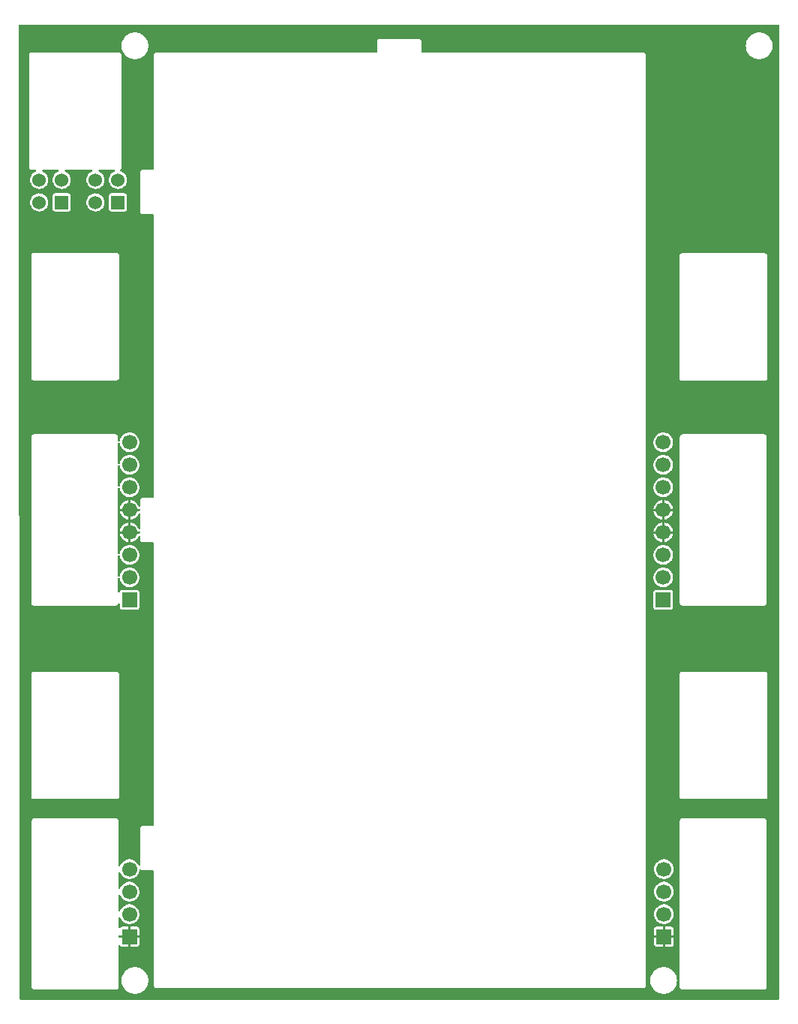
<source format=gbl>
G04 Layer: BottomLayer*
G04 EasyEDA v6.5.34, 2023-09-22 05:33:05*
G04 483193eee7e04f69b81b85979c1b7fa7,5a6b42c53f6a479593ecc07194224c93,10*
G04 Gerber Generator version 0.2*
G04 Scale: 100 percent, Rotated: No, Reflected: No *
G04 Dimensions in millimeters *
G04 leading zeros omitted , absolute positions ,4 integer and 5 decimal *
%FSLAX45Y45*%
%MOMM*%

%AMMACRO1*21,1,$1,$2,0,0,$3*%
%ADD10MACRO1,1.524X1.524X0.0000*%
%ADD11C,1.5240*%
%ADD12MACRO1,1.7X1.7X90.0000*%
%ADD13C,1.7000*%
%ADD14R,1.7000X1.7000*%
%ADD15C,0.6096*%
%ADD16C,0.0186*%

%LPD*%
G36*
X299567Y914400D02*
G01*
X295656Y915162D01*
X292354Y917397D01*
X290169Y920648D01*
X289407Y924560D01*
X279958Y11901932D01*
X280720Y11905792D01*
X282905Y11909094D01*
X286207Y11911330D01*
X290118Y11912092D01*
X8853932Y11912092D01*
X8857843Y11911330D01*
X8861094Y11909094D01*
X8863330Y11905843D01*
X8864092Y11901932D01*
X8864092Y924560D01*
X8863330Y920648D01*
X8861094Y917397D01*
X8857843Y915162D01*
X8853932Y914400D01*
G37*

%LPC*%
G36*
X1587500Y11520424D02*
G01*
X1604416Y11521338D01*
X1621078Y11524183D01*
X1637334Y11528856D01*
X1652981Y11535359D01*
X1667764Y11543538D01*
X1681581Y11553342D01*
X1694180Y11564620D01*
X1705457Y11577218D01*
X1715262Y11591036D01*
X1723440Y11605818D01*
X1729943Y11621465D01*
X1734616Y11637721D01*
X1737461Y11654383D01*
X1738375Y11671300D01*
X1737461Y11688216D01*
X1734616Y11704878D01*
X1729943Y11721134D01*
X1723440Y11736781D01*
X1715262Y11751564D01*
X1705457Y11765381D01*
X1694180Y11777980D01*
X1681581Y11789257D01*
X1667764Y11799062D01*
X1652981Y11807240D01*
X1637334Y11813743D01*
X1621078Y11818416D01*
X1604416Y11821261D01*
X1587500Y11822176D01*
X1570583Y11821261D01*
X1553921Y11818416D01*
X1537665Y11813743D01*
X1522018Y11807240D01*
X1507236Y11799062D01*
X1493418Y11789257D01*
X1480820Y11777980D01*
X1469542Y11765381D01*
X1459738Y11751564D01*
X1451559Y11736781D01*
X1445056Y11721134D01*
X1440383Y11704878D01*
X1437538Y11688216D01*
X1436624Y11671300D01*
X1437538Y11654383D01*
X1440383Y11637721D01*
X1445056Y11621465D01*
X1451559Y11605818D01*
X1459738Y11591036D01*
X1469542Y11577218D01*
X1480820Y11564620D01*
X1493418Y11553342D01*
X1507236Y11543538D01*
X1522018Y11535359D01*
X1537665Y11528856D01*
X1553921Y11524183D01*
X1570583Y11521338D01*
G37*
G36*
X1587500Y979424D02*
G01*
X1604416Y980338D01*
X1621078Y983183D01*
X1637334Y987856D01*
X1652981Y994359D01*
X1667764Y1002537D01*
X1681581Y1012342D01*
X1694180Y1023619D01*
X1705457Y1036218D01*
X1715262Y1050036D01*
X1723440Y1064818D01*
X1729943Y1080465D01*
X1734616Y1096721D01*
X1737461Y1113383D01*
X1738375Y1130300D01*
X1737461Y1147216D01*
X1734616Y1163878D01*
X1729943Y1180134D01*
X1723440Y1195781D01*
X1715262Y1210564D01*
X1705457Y1224381D01*
X1694180Y1236980D01*
X1681581Y1248257D01*
X1667764Y1258062D01*
X1652981Y1266240D01*
X1637334Y1272743D01*
X1621078Y1277416D01*
X1604416Y1280261D01*
X1587500Y1281176D01*
X1570583Y1280261D01*
X1553921Y1277416D01*
X1537665Y1272743D01*
X1522018Y1266240D01*
X1507236Y1258062D01*
X1493418Y1248257D01*
X1480820Y1236980D01*
X1469542Y1224381D01*
X1459738Y1210564D01*
X1451559Y1195781D01*
X1445056Y1180134D01*
X1440383Y1163878D01*
X1437538Y1147216D01*
X1436624Y1130300D01*
X1437538Y1113383D01*
X1440383Y1096721D01*
X1445056Y1080465D01*
X1451559Y1064818D01*
X1459738Y1050036D01*
X1469542Y1036218D01*
X1480820Y1023619D01*
X1493418Y1012342D01*
X1507236Y1002537D01*
X1522018Y994359D01*
X1537665Y987856D01*
X1553921Y983183D01*
X1570583Y980338D01*
G37*
G36*
X7766608Y1028192D02*
G01*
X8692591Y1028192D01*
X8698890Y1028903D01*
X8704376Y1030833D01*
X8709253Y1033881D01*
X8713368Y1037996D01*
X8716416Y1042873D01*
X8718346Y1048359D01*
X8719058Y1054658D01*
X8719058Y2933141D01*
X8718346Y2939440D01*
X8716416Y2944926D01*
X8713368Y2949803D01*
X8709253Y2953918D01*
X8704376Y2956966D01*
X8698890Y2958896D01*
X8692591Y2959608D01*
X7766608Y2959608D01*
X7760309Y2958896D01*
X7754823Y2956966D01*
X7749946Y2953918D01*
X7745831Y2949803D01*
X7742783Y2944926D01*
X7740853Y2939440D01*
X7740142Y2933141D01*
X7740142Y1054658D01*
X7740853Y1048359D01*
X7742783Y1042873D01*
X7745831Y1037996D01*
X7749946Y1033881D01*
X7754823Y1030833D01*
X7760309Y1028903D01*
G37*
G36*
X451408Y1028192D02*
G01*
X1377391Y1028192D01*
X1383690Y1028903D01*
X1389176Y1030833D01*
X1394053Y1033881D01*
X1398168Y1037996D01*
X1401216Y1042873D01*
X1403146Y1048359D01*
X1403858Y1054658D01*
X1403858Y1518564D01*
X1404620Y1522476D01*
X1406855Y1525778D01*
X1410208Y1527962D01*
X1414119Y1528724D01*
X1418031Y1527911D01*
X1421282Y1525625D01*
X1426464Y1520342D01*
X1431290Y1517294D01*
X1436725Y1515414D01*
X1443075Y1514703D01*
X1514805Y1514703D01*
X1514805Y1612900D01*
X1414018Y1612900D01*
X1410106Y1613662D01*
X1406855Y1615897D01*
X1404620Y1619148D01*
X1403858Y1623060D01*
X1403858Y1628139D01*
X1404620Y1632051D01*
X1406855Y1635302D01*
X1410106Y1637538D01*
X1414018Y1638300D01*
X1514805Y1638300D01*
X1514805Y1736496D01*
X1443075Y1736496D01*
X1436725Y1735785D01*
X1431290Y1733905D01*
X1426464Y1730857D01*
X1421282Y1725574D01*
X1418031Y1723288D01*
X1414119Y1722475D01*
X1410208Y1723237D01*
X1406855Y1725422D01*
X1404620Y1728724D01*
X1403858Y1732635D01*
X1403858Y1838147D01*
X1404670Y1842058D01*
X1406906Y1845411D01*
X1410309Y1847596D01*
X1414272Y1848307D01*
X1418183Y1847392D01*
X1421434Y1845056D01*
X1423568Y1841652D01*
X1426108Y1834692D01*
X1432661Y1822094D01*
X1440789Y1810461D01*
X1450340Y1799945D01*
X1461160Y1790750D01*
X1473098Y1782978D01*
X1485900Y1776831D01*
X1499362Y1772361D01*
X1513332Y1769618D01*
X1527505Y1768703D01*
X1541678Y1769618D01*
X1555648Y1772361D01*
X1569110Y1776831D01*
X1581912Y1782978D01*
X1593799Y1790750D01*
X1604619Y1799945D01*
X1614170Y1810461D01*
X1622298Y1822094D01*
X1628901Y1834692D01*
X1633778Y1848053D01*
X1636979Y1861921D01*
X1638350Y1876043D01*
X1637893Y1890268D01*
X1635607Y1904288D01*
X1631543Y1917903D01*
X1625803Y1930907D01*
X1618437Y1943049D01*
X1609598Y1954174D01*
X1599387Y1964029D01*
X1588008Y1972513D01*
X1575612Y1979523D01*
X1562455Y1984857D01*
X1548688Y1988464D01*
X1534617Y1990242D01*
X1520393Y1990242D01*
X1506321Y1988464D01*
X1492554Y1984857D01*
X1479397Y1979523D01*
X1467002Y1972513D01*
X1455623Y1964029D01*
X1445412Y1954174D01*
X1436573Y1943049D01*
X1429207Y1930907D01*
X1423314Y1917598D01*
X1421028Y1914398D01*
X1417726Y1912264D01*
X1413865Y1911553D01*
X1410055Y1912366D01*
X1406804Y1914601D01*
X1404620Y1917852D01*
X1403858Y1921713D01*
X1403858Y2092147D01*
X1404670Y2096058D01*
X1406906Y2099411D01*
X1410309Y2101596D01*
X1414272Y2102307D01*
X1418183Y2101392D01*
X1421434Y2099056D01*
X1423568Y2095652D01*
X1426108Y2088692D01*
X1432661Y2076094D01*
X1440789Y2064461D01*
X1450340Y2053945D01*
X1461160Y2044750D01*
X1473098Y2036978D01*
X1485900Y2030831D01*
X1499362Y2026361D01*
X1513332Y2023618D01*
X1527505Y2022703D01*
X1541678Y2023618D01*
X1555648Y2026361D01*
X1569110Y2030831D01*
X1581912Y2036978D01*
X1593799Y2044750D01*
X1604619Y2053945D01*
X1614170Y2064461D01*
X1622298Y2076094D01*
X1628901Y2088692D01*
X1633778Y2102053D01*
X1636979Y2115921D01*
X1638350Y2130044D01*
X1637893Y2144268D01*
X1635607Y2158288D01*
X1631543Y2171903D01*
X1625803Y2184908D01*
X1618437Y2197049D01*
X1609598Y2208174D01*
X1599387Y2218029D01*
X1588008Y2226513D01*
X1575612Y2233523D01*
X1562455Y2238857D01*
X1548688Y2242464D01*
X1534617Y2244242D01*
X1520393Y2244242D01*
X1506321Y2242464D01*
X1492554Y2238857D01*
X1479397Y2233523D01*
X1467002Y2226513D01*
X1455623Y2218029D01*
X1445412Y2208174D01*
X1436573Y2197049D01*
X1429207Y2184908D01*
X1423314Y2171598D01*
X1421028Y2168398D01*
X1417726Y2166264D01*
X1413865Y2165553D01*
X1410055Y2166366D01*
X1406804Y2168601D01*
X1404620Y2171852D01*
X1403858Y2175713D01*
X1403858Y2346147D01*
X1404670Y2350058D01*
X1406906Y2353411D01*
X1410309Y2355596D01*
X1414272Y2356307D01*
X1418183Y2355392D01*
X1421434Y2353056D01*
X1423568Y2349652D01*
X1426108Y2342692D01*
X1432661Y2330094D01*
X1440789Y2318461D01*
X1450340Y2307945D01*
X1461160Y2298750D01*
X1473098Y2290978D01*
X1485900Y2284831D01*
X1499362Y2280361D01*
X1513332Y2277618D01*
X1527505Y2276703D01*
X1541678Y2277618D01*
X1555648Y2280361D01*
X1569110Y2284831D01*
X1581912Y2290978D01*
X1593799Y2298750D01*
X1604619Y2307945D01*
X1614170Y2318461D01*
X1622298Y2330094D01*
X1628901Y2342692D01*
X1633778Y2356053D01*
X1636979Y2369921D01*
X1637436Y2374747D01*
X1638503Y2378405D01*
X1640839Y2381402D01*
X1644091Y2383332D01*
X1647850Y2383942D01*
X1651558Y2383078D01*
X1654708Y2380945D01*
X1658975Y2376678D01*
X1663903Y2373630D01*
X1669338Y2371699D01*
X1675688Y2370988D01*
X1792732Y2370988D01*
X1796643Y2370226D01*
X1799894Y2368042D01*
X1802130Y2364740D01*
X1802892Y2360828D01*
X1802892Y1070305D01*
X1803603Y1063955D01*
X1805533Y1058519D01*
X1808581Y1053592D01*
X1812696Y1049528D01*
X1817573Y1046429D01*
X1823059Y1044549D01*
X1829358Y1043787D01*
X7328204Y1043787D01*
X7334554Y1044549D01*
X7339990Y1046429D01*
X7344918Y1049528D01*
X7348981Y1053592D01*
X7352080Y1058519D01*
X7353960Y1063955D01*
X7354722Y1070305D01*
X7354722Y11569141D01*
X7353960Y11575440D01*
X7352080Y11580926D01*
X7348981Y11585803D01*
X7344918Y11589918D01*
X7339990Y11592966D01*
X7334554Y11594896D01*
X7328204Y11595608D01*
X4833061Y11595608D01*
X4829200Y11596370D01*
X4825898Y11598605D01*
X4823663Y11601856D01*
X4822901Y11605768D01*
X4822901Y11720322D01*
X4822190Y11726672D01*
X4820310Y11732107D01*
X4817211Y11737035D01*
X4813096Y11741099D01*
X4808220Y11744198D01*
X4802733Y11746077D01*
X4796434Y11746788D01*
X4347565Y11746788D01*
X4341266Y11746077D01*
X4335780Y11744198D01*
X4330903Y11741099D01*
X4326788Y11737035D01*
X4323740Y11732107D01*
X4321810Y11726672D01*
X4321098Y11720322D01*
X4321098Y11605768D01*
X4320336Y11601856D01*
X4318101Y11598605D01*
X4314799Y11596370D01*
X4310938Y11595608D01*
X1829358Y11595608D01*
X1823059Y11594896D01*
X1817573Y11592966D01*
X1812696Y11589918D01*
X1808581Y11585803D01*
X1805533Y11580926D01*
X1803603Y11575440D01*
X1802892Y11569141D01*
X1802892Y10282936D01*
X1802130Y10279075D01*
X1799894Y10275773D01*
X1796643Y10273588D01*
X1792732Y10272776D01*
X1675688Y10272776D01*
X1669338Y10272064D01*
X1663903Y10270185D01*
X1658975Y10267086D01*
X1654911Y10263022D01*
X1651812Y10258094D01*
X1649882Y10252659D01*
X1649171Y10246309D01*
X1649171Y9797440D01*
X1649882Y9791141D01*
X1651812Y9785654D01*
X1654911Y9780778D01*
X1658975Y9776663D01*
X1663903Y9773615D01*
X1669338Y9771684D01*
X1675688Y9770973D01*
X1792732Y9770973D01*
X1796643Y9770211D01*
X1799894Y9768027D01*
X1802130Y9764725D01*
X1802892Y9760813D01*
X1802892Y6582968D01*
X1802130Y6579057D01*
X1799894Y6575755D01*
X1796643Y6573570D01*
X1792732Y6572808D01*
X1675688Y6572808D01*
X1669338Y6572097D01*
X1663903Y6570167D01*
X1658975Y6567119D01*
X1654911Y6563004D01*
X1651812Y6558127D01*
X1649882Y6552641D01*
X1649171Y6546342D01*
X1649171Y6485382D01*
X1648409Y6481572D01*
X1646275Y6478270D01*
X1643024Y6476034D01*
X1639163Y6475222D01*
X1635302Y6475933D01*
X1632000Y6478066D01*
X1629765Y6481267D01*
X1625803Y6490157D01*
X1618437Y6502349D01*
X1609598Y6513423D01*
X1599387Y6523329D01*
X1588008Y6531813D01*
X1575612Y6538772D01*
X1562455Y6544106D01*
X1548688Y6547713D01*
X1540205Y6548831D01*
X1540205Y6451600D01*
X1639011Y6451600D01*
X1642922Y6450838D01*
X1646224Y6448602D01*
X1648409Y6445300D01*
X1649171Y6441440D01*
X1649171Y6436360D01*
X1648409Y6432448D01*
X1646224Y6429146D01*
X1642922Y6426962D01*
X1639011Y6426200D01*
X1540205Y6426200D01*
X1540205Y6328816D01*
X1541678Y6328918D01*
X1555648Y6331610D01*
X1569110Y6336080D01*
X1581912Y6342278D01*
X1593799Y6350000D01*
X1604619Y6359245D01*
X1614170Y6369761D01*
X1622298Y6381394D01*
X1628901Y6393992D01*
X1629511Y6395669D01*
X1631594Y6399072D01*
X1634896Y6401409D01*
X1638807Y6402273D01*
X1642770Y6401612D01*
X1646123Y6399428D01*
X1648409Y6396075D01*
X1649171Y6392113D01*
X1649171Y6231382D01*
X1648409Y6227572D01*
X1646275Y6224270D01*
X1643024Y6222034D01*
X1639163Y6221222D01*
X1635302Y6221933D01*
X1632000Y6224066D01*
X1629765Y6227267D01*
X1625803Y6236157D01*
X1618437Y6248349D01*
X1609598Y6259423D01*
X1599387Y6269329D01*
X1588008Y6277813D01*
X1575612Y6284772D01*
X1562455Y6290106D01*
X1548688Y6293713D01*
X1540205Y6294831D01*
X1540205Y6197600D01*
X1639011Y6197600D01*
X1642922Y6196838D01*
X1646224Y6194602D01*
X1648409Y6191300D01*
X1649171Y6187440D01*
X1649171Y6182360D01*
X1648409Y6178448D01*
X1646224Y6175146D01*
X1642922Y6172962D01*
X1639011Y6172200D01*
X1540205Y6172200D01*
X1540205Y6074816D01*
X1541678Y6074918D01*
X1555648Y6077610D01*
X1569110Y6082080D01*
X1581912Y6088278D01*
X1593799Y6096000D01*
X1604619Y6105245D01*
X1614170Y6115761D01*
X1622298Y6127394D01*
X1628901Y6139992D01*
X1629511Y6141669D01*
X1631594Y6145072D01*
X1634896Y6147409D01*
X1638807Y6148273D01*
X1642770Y6147612D01*
X1646123Y6145428D01*
X1648409Y6142075D01*
X1649171Y6138113D01*
X1649171Y6097473D01*
X1649882Y6091123D01*
X1651812Y6085687D01*
X1654911Y6080760D01*
X1658975Y6076696D01*
X1663903Y6073597D01*
X1669338Y6071717D01*
X1675688Y6071006D01*
X1792732Y6071006D01*
X1796643Y6070193D01*
X1799894Y6068009D01*
X1802130Y6064707D01*
X1802892Y6060846D01*
X1802892Y2882950D01*
X1802130Y2879090D01*
X1799894Y2875788D01*
X1796643Y2873603D01*
X1792732Y2872790D01*
X1675688Y2872790D01*
X1669338Y2872079D01*
X1663903Y2870200D01*
X1658975Y2867101D01*
X1654911Y2863037D01*
X1651812Y2858109D01*
X1649882Y2852674D01*
X1649171Y2846324D01*
X1649171Y2434132D01*
X1648409Y2430272D01*
X1646275Y2426970D01*
X1643024Y2424785D01*
X1639163Y2423972D01*
X1635302Y2424684D01*
X1632000Y2426766D01*
X1629765Y2430018D01*
X1625803Y2438908D01*
X1618437Y2451049D01*
X1609598Y2462174D01*
X1599387Y2472029D01*
X1588008Y2480513D01*
X1575612Y2487523D01*
X1562455Y2492857D01*
X1548688Y2496464D01*
X1534617Y2498242D01*
X1520393Y2498242D01*
X1506321Y2496464D01*
X1492554Y2492857D01*
X1479397Y2487523D01*
X1467002Y2480513D01*
X1455623Y2472029D01*
X1445412Y2462174D01*
X1436573Y2451049D01*
X1429207Y2438908D01*
X1423314Y2425598D01*
X1421028Y2422398D01*
X1417726Y2420264D01*
X1413865Y2419553D01*
X1410055Y2420366D01*
X1406804Y2422601D01*
X1404620Y2425852D01*
X1403858Y2429713D01*
X1403858Y2933141D01*
X1403146Y2939440D01*
X1401216Y2944926D01*
X1398168Y2949803D01*
X1394053Y2953918D01*
X1389176Y2956966D01*
X1383690Y2958896D01*
X1377391Y2959608D01*
X451408Y2959608D01*
X445109Y2958896D01*
X439623Y2956966D01*
X434746Y2953918D01*
X430631Y2949803D01*
X427583Y2944926D01*
X425653Y2939440D01*
X424942Y2933141D01*
X424942Y1054658D01*
X425653Y1048359D01*
X427583Y1042873D01*
X430631Y1037996D01*
X434746Y1033881D01*
X439623Y1030833D01*
X445109Y1028903D01*
G37*
G36*
X8636000Y11520424D02*
G01*
X8652865Y11521338D01*
X8669528Y11524183D01*
X8685834Y11528856D01*
X8701430Y11535359D01*
X8716264Y11543538D01*
X8730030Y11553342D01*
X8742680Y11564620D01*
X8753957Y11577218D01*
X8763762Y11591036D01*
X8771940Y11605818D01*
X8778392Y11621465D01*
X8783066Y11637721D01*
X8785910Y11654383D01*
X8786876Y11671300D01*
X8785910Y11688216D01*
X8783066Y11704878D01*
X8778392Y11721134D01*
X8771940Y11736781D01*
X8763762Y11751564D01*
X8753957Y11765381D01*
X8742680Y11777980D01*
X8730030Y11789257D01*
X8716264Y11799062D01*
X8701430Y11807240D01*
X8685834Y11813743D01*
X8669528Y11818416D01*
X8652865Y11821261D01*
X8636000Y11822176D01*
X8619083Y11821261D01*
X8602421Y11818416D01*
X8586114Y11813743D01*
X8570518Y11807240D01*
X8555685Y11799062D01*
X8541918Y11789257D01*
X8529269Y11777980D01*
X8517991Y11765381D01*
X8508187Y11751564D01*
X8500008Y11736781D01*
X8493556Y11721134D01*
X8488883Y11704878D01*
X8486038Y11688216D01*
X8485073Y11671300D01*
X8486038Y11654383D01*
X8488883Y11637721D01*
X8493556Y11621465D01*
X8500008Y11605818D01*
X8508187Y11591036D01*
X8517991Y11577218D01*
X8529269Y11564620D01*
X8541918Y11553342D01*
X8555685Y11543538D01*
X8570518Y11535359D01*
X8586114Y11528856D01*
X8602421Y11524183D01*
X8619083Y11521338D01*
G37*
G36*
X7572756Y1514703D02*
G01*
X7644485Y1514703D01*
X7650784Y1515414D01*
X7656271Y1517294D01*
X7661148Y1520393D01*
X7665262Y1524457D01*
X7668310Y1529384D01*
X7670241Y1534820D01*
X7670952Y1541170D01*
X7670952Y1612900D01*
X7572756Y1612900D01*
G37*
G36*
X1540205Y1514703D02*
G01*
X1611934Y1514703D01*
X1618234Y1515414D01*
X1623720Y1517294D01*
X1628597Y1520393D01*
X1632712Y1524508D01*
X1635760Y1529384D01*
X1637690Y1534871D01*
X1638401Y1541170D01*
X1638401Y1612900D01*
X1540205Y1612900D01*
G37*
G36*
X7475626Y1514703D02*
G01*
X7547356Y1514703D01*
X7547356Y1612900D01*
X7449108Y1612900D01*
X7449108Y1541170D01*
X7449820Y1534820D01*
X7451750Y1529384D01*
X7454849Y1524457D01*
X7458913Y1520393D01*
X7463840Y1517294D01*
X7469276Y1515414D01*
G37*
G36*
X504596Y10057993D02*
G01*
X518210Y10058450D01*
X531672Y10060686D01*
X544677Y10064750D01*
X557072Y10070490D01*
X568553Y10077805D01*
X578967Y10086594D01*
X588111Y10096754D01*
X595833Y10107980D01*
X601980Y10120122D01*
X606450Y10133025D01*
X609193Y10146385D01*
X610108Y10160000D01*
X609193Y10173614D01*
X606450Y10186974D01*
X601980Y10199878D01*
X595833Y10212019D01*
X588111Y10223246D01*
X578967Y10233406D01*
X568553Y10242194D01*
X557072Y10249509D01*
X546506Y10254437D01*
X543356Y10256723D01*
X541274Y10260025D01*
X540613Y10263886D01*
X541477Y10267696D01*
X543712Y10270896D01*
X546963Y10273030D01*
X550773Y10273792D01*
X719378Y10273792D01*
X723341Y10272979D01*
X726643Y10270744D01*
X728827Y10267442D01*
X729538Y10263479D01*
X728726Y10259568D01*
X726440Y10256316D01*
X723036Y10254132D01*
X719023Y10252608D01*
X707085Y10246055D01*
X696112Y10237978D01*
X686308Y10228478D01*
X677824Y10217759D01*
X670864Y10206024D01*
X665581Y10193477D01*
X661974Y10180320D01*
X660146Y10166807D01*
X660146Y10153192D01*
X661974Y10139680D01*
X665581Y10126522D01*
X670864Y10113975D01*
X677824Y10102240D01*
X686308Y10091521D01*
X696112Y10082022D01*
X707085Y10073944D01*
X719023Y10067391D01*
X731774Y10062514D01*
X745032Y10059314D01*
X758596Y10057993D01*
X772210Y10058450D01*
X785672Y10060686D01*
X798677Y10064750D01*
X811072Y10070490D01*
X822553Y10077805D01*
X832967Y10086594D01*
X842111Y10096754D01*
X849833Y10107980D01*
X855980Y10120122D01*
X860450Y10133025D01*
X863193Y10146385D01*
X864108Y10160000D01*
X863193Y10173614D01*
X860450Y10186974D01*
X855980Y10199878D01*
X849833Y10212019D01*
X842111Y10223246D01*
X832967Y10233406D01*
X822553Y10242194D01*
X811072Y10249509D01*
X800506Y10254437D01*
X797356Y10256723D01*
X795274Y10260025D01*
X794613Y10263886D01*
X795477Y10267696D01*
X797712Y10270896D01*
X800963Y10273030D01*
X804773Y10273792D01*
X1100378Y10273792D01*
X1104341Y10272979D01*
X1107643Y10270744D01*
X1109827Y10267442D01*
X1110538Y10263479D01*
X1109726Y10259568D01*
X1107440Y10256316D01*
X1104036Y10254132D01*
X1100023Y10252608D01*
X1088085Y10246055D01*
X1077112Y10237978D01*
X1067308Y10228478D01*
X1058824Y10217759D01*
X1051864Y10206024D01*
X1046581Y10193477D01*
X1042974Y10180320D01*
X1041146Y10166807D01*
X1041146Y10153192D01*
X1042974Y10139680D01*
X1046581Y10126522D01*
X1051864Y10113975D01*
X1058824Y10102240D01*
X1067308Y10091521D01*
X1077112Y10082022D01*
X1088085Y10073944D01*
X1100023Y10067391D01*
X1112774Y10062514D01*
X1126032Y10059314D01*
X1139596Y10057993D01*
X1153210Y10058450D01*
X1166672Y10060686D01*
X1179677Y10064750D01*
X1192072Y10070490D01*
X1203553Y10077805D01*
X1213967Y10086594D01*
X1223111Y10096754D01*
X1230833Y10107980D01*
X1236980Y10120122D01*
X1241450Y10133025D01*
X1244193Y10146385D01*
X1245108Y10160000D01*
X1244193Y10173614D01*
X1241450Y10186974D01*
X1236980Y10199878D01*
X1230833Y10212019D01*
X1223111Y10223246D01*
X1213967Y10233406D01*
X1203553Y10242194D01*
X1192072Y10249509D01*
X1181506Y10254437D01*
X1178356Y10256723D01*
X1176274Y10260025D01*
X1175613Y10263886D01*
X1176477Y10267696D01*
X1178712Y10270896D01*
X1181963Y10273030D01*
X1185773Y10273792D01*
X1354378Y10273792D01*
X1358341Y10272979D01*
X1361643Y10270744D01*
X1363827Y10267442D01*
X1364538Y10263479D01*
X1363726Y10259568D01*
X1361440Y10256316D01*
X1358036Y10254132D01*
X1354023Y10252608D01*
X1342085Y10246055D01*
X1331112Y10237978D01*
X1321308Y10228478D01*
X1312824Y10217759D01*
X1305864Y10206024D01*
X1300581Y10193477D01*
X1296974Y10180320D01*
X1295146Y10166807D01*
X1295146Y10153192D01*
X1296974Y10139680D01*
X1300581Y10126522D01*
X1305864Y10113975D01*
X1312824Y10102240D01*
X1321308Y10091521D01*
X1331112Y10082022D01*
X1342085Y10073944D01*
X1354023Y10067391D01*
X1366774Y10062514D01*
X1380032Y10059314D01*
X1393596Y10057993D01*
X1407210Y10058450D01*
X1420672Y10060686D01*
X1433677Y10064750D01*
X1446072Y10070490D01*
X1457553Y10077805D01*
X1467967Y10086594D01*
X1477111Y10096754D01*
X1484833Y10107980D01*
X1490980Y10120122D01*
X1495450Y10133025D01*
X1498193Y10146385D01*
X1499108Y10160000D01*
X1498193Y10173614D01*
X1495450Y10186974D01*
X1490980Y10199878D01*
X1484833Y10212019D01*
X1477111Y10223246D01*
X1467967Y10233406D01*
X1457553Y10242194D01*
X1446072Y10249509D01*
X1433677Y10255250D01*
X1423720Y10258348D01*
X1420317Y10260177D01*
X1417828Y10263124D01*
X1416659Y10266730D01*
X1416862Y10270591D01*
X1418488Y10274046D01*
X1421333Y10276687D01*
X1425803Y10279481D01*
X1429918Y10283596D01*
X1432966Y10288473D01*
X1434896Y10293959D01*
X1435608Y10300258D01*
X1434998Y11569141D01*
X1434287Y11575440D01*
X1432407Y11580926D01*
X1429308Y11585803D01*
X1425194Y11589918D01*
X1420317Y11592966D01*
X1414830Y11594896D01*
X1408531Y11595608D01*
X419658Y11595608D01*
X413359Y11594896D01*
X407873Y11592966D01*
X402996Y11589918D01*
X398881Y11585803D01*
X395833Y11580926D01*
X393903Y11575440D01*
X393192Y11569141D01*
X393192Y10300258D01*
X393903Y10293959D01*
X395833Y10288473D01*
X398881Y10283596D01*
X402996Y10279481D01*
X407873Y10276433D01*
X413359Y10274503D01*
X419658Y10273792D01*
X465378Y10273792D01*
X469341Y10272979D01*
X472643Y10270744D01*
X474827Y10267442D01*
X475538Y10263479D01*
X474726Y10259568D01*
X472440Y10256316D01*
X469036Y10254132D01*
X465023Y10252608D01*
X453085Y10246055D01*
X442112Y10237978D01*
X432308Y10228478D01*
X423824Y10217759D01*
X416864Y10206024D01*
X411581Y10193477D01*
X407974Y10180320D01*
X406146Y10166807D01*
X406146Y10153192D01*
X407974Y10139680D01*
X411581Y10126522D01*
X416864Y10113975D01*
X423824Y10102240D01*
X432308Y10091521D01*
X442112Y10082022D01*
X453085Y10073944D01*
X465023Y10067391D01*
X477774Y10062514D01*
X491032Y10059314D01*
G37*
G36*
X7572756Y1638300D02*
G01*
X7670952Y1638300D01*
X7670952Y1710029D01*
X7670241Y1716328D01*
X7668310Y1721815D01*
X7665262Y1726692D01*
X7661148Y1730806D01*
X7656271Y1733854D01*
X7650784Y1735785D01*
X7644485Y1736496D01*
X7572756Y1736496D01*
G37*
G36*
X1540205Y1638300D02*
G01*
X1638401Y1638300D01*
X1638401Y1710029D01*
X1637690Y1716328D01*
X1635760Y1721815D01*
X1632712Y1726692D01*
X1628597Y1730806D01*
X1623720Y1733905D01*
X1618234Y1735785D01*
X1611934Y1736496D01*
X1540205Y1736496D01*
G37*
G36*
X7449108Y1638300D02*
G01*
X7547356Y1638300D01*
X7547356Y1736496D01*
X7475626Y1736496D01*
X7469276Y1735785D01*
X7463840Y1733854D01*
X7458913Y1730806D01*
X7454849Y1726692D01*
X7451750Y1721815D01*
X7449820Y1716328D01*
X7449108Y1710029D01*
G37*
G36*
X504596Y9803993D02*
G01*
X518210Y9804450D01*
X531672Y9806686D01*
X544677Y9810750D01*
X557072Y9816490D01*
X568553Y9823805D01*
X578967Y9832594D01*
X588111Y9842754D01*
X595833Y9853980D01*
X601980Y9866122D01*
X606450Y9879025D01*
X609193Y9892385D01*
X610108Y9906000D01*
X609193Y9919614D01*
X606450Y9932974D01*
X601980Y9945878D01*
X595833Y9958019D01*
X588111Y9969246D01*
X578967Y9979406D01*
X568553Y9988194D01*
X557072Y9995509D01*
X544677Y10001250D01*
X531672Y10005314D01*
X518210Y10007549D01*
X504596Y10008006D01*
X491032Y10006685D01*
X477774Y10003485D01*
X465023Y9998608D01*
X453085Y9992055D01*
X442112Y9983978D01*
X432308Y9974478D01*
X423824Y9963759D01*
X416864Y9952024D01*
X411581Y9939477D01*
X407974Y9926320D01*
X406146Y9912807D01*
X406146Y9899192D01*
X407974Y9885680D01*
X411581Y9872522D01*
X416864Y9859975D01*
X423824Y9848240D01*
X432308Y9837521D01*
X442112Y9828022D01*
X453085Y9819944D01*
X465023Y9813391D01*
X477774Y9808514D01*
X491032Y9805314D01*
G37*
G36*
X7560056Y1768703D02*
G01*
X7574229Y1769618D01*
X7588148Y1772310D01*
X7601661Y1776831D01*
X7614462Y1782978D01*
X7626350Y1790750D01*
X7637170Y1799945D01*
X7646720Y1810461D01*
X7654848Y1822094D01*
X7661452Y1834692D01*
X7666329Y1848053D01*
X7669479Y1861921D01*
X7670850Y1876043D01*
X7670393Y1890217D01*
X7668158Y1904288D01*
X7664094Y1917903D01*
X7658353Y1930907D01*
X7650988Y1943049D01*
X7642098Y1954123D01*
X7631938Y1964029D01*
X7620508Y1972513D01*
X7608163Y1979523D01*
X7594955Y1984857D01*
X7581239Y1988413D01*
X7567117Y1990242D01*
X7552944Y1990242D01*
X7538821Y1988413D01*
X7525105Y1984857D01*
X7511897Y1979523D01*
X7499553Y1972513D01*
X7488174Y1964029D01*
X7477963Y1954123D01*
X7469073Y1943049D01*
X7461707Y1930907D01*
X7455966Y1917903D01*
X7451902Y1904288D01*
X7449667Y1890217D01*
X7449210Y1876043D01*
X7450581Y1861921D01*
X7453731Y1848053D01*
X7458659Y1834692D01*
X7465212Y1822094D01*
X7473340Y1810461D01*
X7482890Y1799945D01*
X7493711Y1790750D01*
X7505598Y1782978D01*
X7518400Y1776831D01*
X7531912Y1772310D01*
X7545831Y1769618D01*
G37*
G36*
X1139596Y9803993D02*
G01*
X1153210Y9804450D01*
X1166672Y9806686D01*
X1179677Y9810750D01*
X1192072Y9816490D01*
X1203553Y9823805D01*
X1213967Y9832594D01*
X1223111Y9842754D01*
X1230833Y9853980D01*
X1236980Y9866122D01*
X1241450Y9879025D01*
X1244193Y9892385D01*
X1245108Y9906000D01*
X1244193Y9919614D01*
X1241450Y9932974D01*
X1236980Y9945878D01*
X1230833Y9958019D01*
X1223111Y9969246D01*
X1213967Y9979406D01*
X1203553Y9988194D01*
X1192072Y9995509D01*
X1179677Y10001250D01*
X1166672Y10005314D01*
X1153210Y10007549D01*
X1139596Y10008006D01*
X1126032Y10006685D01*
X1112774Y10003485D01*
X1100023Y9998608D01*
X1088085Y9992055D01*
X1077112Y9983978D01*
X1067308Y9974478D01*
X1058824Y9963759D01*
X1051864Y9952024D01*
X1046581Y9939477D01*
X1042974Y9926320D01*
X1041146Y9912807D01*
X1041146Y9899192D01*
X1042974Y9885680D01*
X1046581Y9872522D01*
X1051864Y9859975D01*
X1058824Y9848240D01*
X1067308Y9837521D01*
X1077112Y9828022D01*
X1088085Y9819944D01*
X1100023Y9813391D01*
X1112774Y9808514D01*
X1126032Y9805314D01*
G37*
G36*
X686358Y9803892D02*
G01*
X837641Y9803892D01*
X843940Y9804603D01*
X849426Y9806533D01*
X854303Y9809581D01*
X858418Y9813696D01*
X861466Y9818573D01*
X863396Y9824059D01*
X864108Y9830358D01*
X864108Y9981641D01*
X863396Y9987940D01*
X861466Y9993426D01*
X858418Y9998303D01*
X854303Y10002418D01*
X849426Y10005466D01*
X843940Y10007396D01*
X837641Y10008108D01*
X686358Y10008108D01*
X680059Y10007396D01*
X674573Y10005466D01*
X669696Y10002418D01*
X665581Y9998303D01*
X662533Y9993426D01*
X660603Y9987940D01*
X659892Y9981641D01*
X659892Y9830358D01*
X660603Y9824059D01*
X662533Y9818573D01*
X665581Y9813696D01*
X669696Y9809581D01*
X674573Y9806533D01*
X680059Y9804603D01*
G37*
G36*
X7560056Y2022703D02*
G01*
X7574229Y2023618D01*
X7588148Y2026310D01*
X7601661Y2030831D01*
X7614462Y2036978D01*
X7626350Y2044750D01*
X7637170Y2053945D01*
X7646720Y2064461D01*
X7654848Y2076094D01*
X7661452Y2088692D01*
X7666329Y2102053D01*
X7669479Y2115921D01*
X7670850Y2130044D01*
X7670393Y2144217D01*
X7668158Y2158288D01*
X7664094Y2171903D01*
X7658353Y2184908D01*
X7650988Y2197049D01*
X7642098Y2208123D01*
X7631938Y2218029D01*
X7620508Y2226513D01*
X7608163Y2233523D01*
X7594955Y2238857D01*
X7581239Y2242413D01*
X7567117Y2244242D01*
X7552944Y2244242D01*
X7538821Y2242413D01*
X7525105Y2238857D01*
X7511897Y2233523D01*
X7499553Y2226513D01*
X7488174Y2218029D01*
X7477963Y2208123D01*
X7469073Y2197049D01*
X7461707Y2184908D01*
X7455966Y2171903D01*
X7451902Y2158288D01*
X7449667Y2144217D01*
X7449210Y2130044D01*
X7450581Y2115921D01*
X7453731Y2102053D01*
X7458659Y2088692D01*
X7465212Y2076094D01*
X7473340Y2064461D01*
X7482890Y2053945D01*
X7493711Y2044750D01*
X7505598Y2036978D01*
X7518400Y2030831D01*
X7531912Y2026310D01*
X7545831Y2023618D01*
G37*
G36*
X1321358Y9803892D02*
G01*
X1472641Y9803892D01*
X1478940Y9804603D01*
X1484426Y9806533D01*
X1489303Y9809581D01*
X1493418Y9813696D01*
X1496466Y9818573D01*
X1498396Y9824059D01*
X1499108Y9830358D01*
X1499108Y9981641D01*
X1498396Y9987940D01*
X1496466Y9993426D01*
X1493418Y9998303D01*
X1489303Y10002418D01*
X1484426Y10005466D01*
X1478940Y10007396D01*
X1472641Y10008108D01*
X1321358Y10008108D01*
X1315059Y10007396D01*
X1309573Y10005466D01*
X1304696Y10002418D01*
X1300581Y9998303D01*
X1297533Y9993426D01*
X1295603Y9987940D01*
X1294892Y9981641D01*
X1294892Y9830358D01*
X1295603Y9824059D01*
X1297533Y9818573D01*
X1300581Y9813696D01*
X1304696Y9809581D01*
X1309573Y9806533D01*
X1315059Y9804603D01*
G37*
G36*
X445058Y7898892D02*
G01*
X1383741Y7898892D01*
X1390040Y7899603D01*
X1395526Y7901533D01*
X1400403Y7904581D01*
X1404518Y7908696D01*
X1407566Y7913573D01*
X1409496Y7919059D01*
X1410208Y7925358D01*
X1410208Y9306712D01*
X1409496Y9313062D01*
X1407566Y9318498D01*
X1404518Y9323425D01*
X1400403Y9327489D01*
X1395526Y9330588D01*
X1390040Y9332468D01*
X1383741Y9333179D01*
X445058Y9333179D01*
X438759Y9332468D01*
X433273Y9330588D01*
X428396Y9327489D01*
X424281Y9323425D01*
X421233Y9318498D01*
X419303Y9313062D01*
X418592Y9306712D01*
X418592Y7925358D01*
X419303Y7919059D01*
X421233Y7913573D01*
X424281Y7908696D01*
X428396Y7904581D01*
X433273Y7901533D01*
X438759Y7899603D01*
G37*
G36*
X7560056Y2276703D02*
G01*
X7574229Y2277618D01*
X7588148Y2280310D01*
X7601661Y2284831D01*
X7614462Y2290978D01*
X7626350Y2298750D01*
X7637170Y2307945D01*
X7646720Y2318461D01*
X7654848Y2330094D01*
X7661452Y2342692D01*
X7666329Y2356053D01*
X7669479Y2369921D01*
X7670850Y2384044D01*
X7670393Y2398217D01*
X7668158Y2412288D01*
X7664094Y2425903D01*
X7658353Y2438908D01*
X7650988Y2451049D01*
X7642098Y2462123D01*
X7631938Y2472029D01*
X7620508Y2480513D01*
X7608163Y2487523D01*
X7594955Y2492857D01*
X7581239Y2496413D01*
X7567117Y2498242D01*
X7552944Y2498242D01*
X7538821Y2496413D01*
X7525105Y2492857D01*
X7511897Y2487523D01*
X7499553Y2480513D01*
X7488174Y2472029D01*
X7477963Y2462123D01*
X7469073Y2451049D01*
X7461707Y2438908D01*
X7455966Y2425903D01*
X7451902Y2412288D01*
X7449667Y2398217D01*
X7449210Y2384044D01*
X7450581Y2369921D01*
X7453731Y2356053D01*
X7458659Y2342692D01*
X7465212Y2330094D01*
X7473340Y2318461D01*
X7482890Y2307945D01*
X7493711Y2298750D01*
X7505598Y2290978D01*
X7518400Y2284831D01*
X7531912Y2280310D01*
X7545831Y2277618D01*
G37*
G36*
X7763814Y7896606D02*
G01*
X8702497Y7896606D01*
X8708796Y7897368D01*
X8714282Y7899247D01*
X8719159Y7902346D01*
X8723274Y7906410D01*
X8726322Y7911338D01*
X8728252Y7916773D01*
X8728964Y7923123D01*
X8728964Y9304477D01*
X8728252Y9310776D01*
X8726322Y9316262D01*
X8723274Y9321139D01*
X8719159Y9325254D01*
X8714282Y9328302D01*
X8708796Y9330232D01*
X8702497Y9330944D01*
X7763814Y9330944D01*
X7757515Y9330232D01*
X7752029Y9328302D01*
X7747152Y9325254D01*
X7743037Y9321139D01*
X7739989Y9316262D01*
X7738059Y9310776D01*
X7737348Y9304477D01*
X7737348Y7923123D01*
X7738059Y7916773D01*
X7739989Y7911338D01*
X7743037Y7906410D01*
X7747152Y7902346D01*
X7752029Y7899247D01*
X7757515Y7897368D01*
G37*
G36*
X7552893Y7090003D02*
G01*
X7567066Y7090918D01*
X7581036Y7093610D01*
X7594498Y7098080D01*
X7607300Y7104278D01*
X7619238Y7112000D01*
X7630058Y7121245D01*
X7639608Y7131761D01*
X7647736Y7143394D01*
X7654290Y7155992D01*
X7659217Y7169353D01*
X7662367Y7183170D01*
X7663738Y7197344D01*
X7663281Y7211517D01*
X7660995Y7225538D01*
X7656982Y7239203D01*
X7651191Y7252157D01*
X7643825Y7264349D01*
X7634986Y7275423D01*
X7624775Y7285329D01*
X7613396Y7293813D01*
X7601000Y7300772D01*
X7587843Y7306106D01*
X7574076Y7309713D01*
X7560005Y7311542D01*
X7545781Y7311542D01*
X7531709Y7309713D01*
X7517942Y7306106D01*
X7504785Y7300772D01*
X7492390Y7293813D01*
X7481011Y7285329D01*
X7470800Y7275423D01*
X7461961Y7264349D01*
X7454595Y7252157D01*
X7448854Y7239203D01*
X7444790Y7225538D01*
X7442504Y7211517D01*
X7442047Y7197344D01*
X7443419Y7183170D01*
X7446568Y7169353D01*
X7451496Y7155992D01*
X7458049Y7143394D01*
X7466177Y7131761D01*
X7475778Y7121245D01*
X7486548Y7112000D01*
X7498486Y7104278D01*
X7511288Y7098080D01*
X7524750Y7093610D01*
X7538720Y7090918D01*
G37*
G36*
X7552893Y6836003D02*
G01*
X7567066Y6836918D01*
X7581036Y6839610D01*
X7594498Y6844080D01*
X7607300Y6850278D01*
X7619238Y6858000D01*
X7630058Y6867245D01*
X7639608Y6877761D01*
X7647736Y6889394D01*
X7654290Y6901992D01*
X7659217Y6915353D01*
X7662367Y6929170D01*
X7663738Y6943344D01*
X7663281Y6957517D01*
X7660995Y6971538D01*
X7656982Y6985203D01*
X7651191Y6998157D01*
X7643825Y7010349D01*
X7634986Y7021423D01*
X7624775Y7031329D01*
X7613396Y7039813D01*
X7601000Y7046772D01*
X7587843Y7052106D01*
X7574076Y7055713D01*
X7560005Y7057542D01*
X7545781Y7057542D01*
X7531709Y7055713D01*
X7517942Y7052106D01*
X7504785Y7046772D01*
X7492390Y7039813D01*
X7481011Y7031329D01*
X7470800Y7021423D01*
X7461961Y7010349D01*
X7454595Y6998157D01*
X7448854Y6985203D01*
X7444790Y6971538D01*
X7442504Y6957517D01*
X7442047Y6943344D01*
X7443419Y6929170D01*
X7446568Y6915353D01*
X7451496Y6901992D01*
X7458049Y6889394D01*
X7466177Y6877761D01*
X7475778Y6867245D01*
X7486548Y6858000D01*
X7498486Y6850278D01*
X7511288Y6844080D01*
X7524750Y6839610D01*
X7538720Y6836918D01*
G37*
G36*
X445058Y3176270D02*
G01*
X1383741Y3176270D01*
X1390040Y3177032D01*
X1395526Y3178911D01*
X1400403Y3182010D01*
X1404518Y3186074D01*
X1407566Y3191002D01*
X1409496Y3196437D01*
X1410208Y3202787D01*
X1410208Y4584141D01*
X1409496Y4590440D01*
X1407566Y4595926D01*
X1404518Y4600803D01*
X1400403Y4604918D01*
X1395526Y4607966D01*
X1390040Y4609896D01*
X1383741Y4610608D01*
X445058Y4610608D01*
X438759Y4609896D01*
X433273Y4607966D01*
X428396Y4604918D01*
X424281Y4600803D01*
X421233Y4595926D01*
X419303Y4590440D01*
X418592Y4584141D01*
X418592Y3202787D01*
X419303Y3196437D01*
X421233Y3191002D01*
X424281Y3186074D01*
X428396Y3182010D01*
X433273Y3178911D01*
X438759Y3177032D01*
G37*
G36*
X7763814Y3177489D02*
G01*
X8702446Y3177489D01*
X8708796Y3178200D01*
X8714232Y3180130D01*
X8719159Y3183178D01*
X8723223Y3187293D01*
X8726322Y3192170D01*
X8728202Y3197656D01*
X8728964Y3203956D01*
X8728964Y4585309D01*
X8728202Y4591659D01*
X8726322Y4597095D01*
X8723223Y4602022D01*
X8719159Y4606086D01*
X8714232Y4609185D01*
X8708796Y4611065D01*
X8702446Y4611776D01*
X7763814Y4611776D01*
X7757464Y4611065D01*
X7752029Y4609185D01*
X7747101Y4606086D01*
X7743037Y4602022D01*
X7739938Y4597095D01*
X7738059Y4591659D01*
X7737348Y4585309D01*
X7737348Y3203956D01*
X7738059Y3197656D01*
X7739938Y3192170D01*
X7743037Y3187293D01*
X7747101Y3183178D01*
X7752029Y3180130D01*
X7757464Y3178200D01*
G37*
G36*
X7468463Y5312003D02*
G01*
X7637322Y5312003D01*
X7643622Y5312714D01*
X7649108Y5314594D01*
X7653985Y5317693D01*
X7658100Y5321757D01*
X7661198Y5326684D01*
X7663078Y5332120D01*
X7663789Y5338470D01*
X7663789Y5507329D01*
X7663078Y5513628D01*
X7661198Y5519115D01*
X7658100Y5523992D01*
X7653985Y5528106D01*
X7649108Y5531154D01*
X7643622Y5533085D01*
X7637322Y5533796D01*
X7468463Y5533796D01*
X7462164Y5533085D01*
X7456678Y5531154D01*
X7451801Y5528106D01*
X7447686Y5523992D01*
X7444587Y5519115D01*
X7442708Y5513628D01*
X7441996Y5507329D01*
X7441996Y5338470D01*
X7442708Y5332120D01*
X7444587Y5326684D01*
X7447686Y5321757D01*
X7451801Y5317693D01*
X7456678Y5314594D01*
X7462164Y5312714D01*
G37*
G36*
X1443075Y5312003D02*
G01*
X1611934Y5312003D01*
X1618234Y5312714D01*
X1623720Y5314594D01*
X1628597Y5317693D01*
X1632712Y5321757D01*
X1635760Y5326684D01*
X1637690Y5332120D01*
X1638401Y5338470D01*
X1638401Y5507329D01*
X1637690Y5513628D01*
X1635760Y5519115D01*
X1632712Y5523992D01*
X1628597Y5528106D01*
X1623720Y5531154D01*
X1618234Y5533085D01*
X1611934Y5533796D01*
X1443075Y5533796D01*
X1436725Y5533085D01*
X1431290Y5531154D01*
X1426362Y5528106D01*
X1422298Y5523992D01*
X1419199Y5519115D01*
X1417269Y5513527D01*
X1415186Y5510022D01*
X1411935Y5507634D01*
X1407972Y5506720D01*
X1404010Y5507380D01*
X1400606Y5509564D01*
X1398320Y5512917D01*
X1397508Y5516880D01*
X1397508Y5660796D01*
X1398473Y5665114D01*
X1401114Y5668568D01*
X1405026Y5670600D01*
X1409395Y5670854D01*
X1413459Y5669178D01*
X1416405Y5665978D01*
X1417777Y5661812D01*
X1418031Y5659170D01*
X1421180Y5645353D01*
X1426108Y5631992D01*
X1432661Y5619394D01*
X1440789Y5607761D01*
X1450340Y5597245D01*
X1461160Y5588000D01*
X1473098Y5580278D01*
X1485900Y5574080D01*
X1499362Y5569610D01*
X1513332Y5566918D01*
X1527505Y5566003D01*
X1541678Y5566918D01*
X1555648Y5569610D01*
X1569110Y5574080D01*
X1581912Y5580278D01*
X1593799Y5588000D01*
X1604619Y5597245D01*
X1614170Y5607761D01*
X1622298Y5619394D01*
X1628901Y5631992D01*
X1633778Y5645353D01*
X1636979Y5659170D01*
X1638350Y5673344D01*
X1637893Y5687517D01*
X1635607Y5701538D01*
X1631543Y5715203D01*
X1625803Y5728157D01*
X1618437Y5740349D01*
X1609598Y5751423D01*
X1599387Y5761329D01*
X1588008Y5769813D01*
X1575612Y5776772D01*
X1562455Y5782106D01*
X1548688Y5785713D01*
X1534617Y5787542D01*
X1520393Y5787542D01*
X1506321Y5785713D01*
X1492554Y5782106D01*
X1479397Y5776772D01*
X1467002Y5769813D01*
X1455623Y5761329D01*
X1445412Y5751423D01*
X1436573Y5740349D01*
X1429207Y5728157D01*
X1423416Y5715203D01*
X1419402Y5701538D01*
X1417675Y5691073D01*
X1416151Y5687110D01*
X1413052Y5684113D01*
X1408988Y5682640D01*
X1404721Y5682996D01*
X1400962Y5685078D01*
X1398422Y5688533D01*
X1397508Y5692698D01*
X1397508Y5914796D01*
X1398473Y5919114D01*
X1401114Y5922568D01*
X1405026Y5924600D01*
X1409395Y5924854D01*
X1413459Y5923178D01*
X1416405Y5919978D01*
X1417777Y5915812D01*
X1418031Y5913170D01*
X1421180Y5899353D01*
X1426108Y5885992D01*
X1432661Y5873394D01*
X1440789Y5861761D01*
X1450340Y5851245D01*
X1461160Y5842000D01*
X1473098Y5834278D01*
X1485900Y5828080D01*
X1499362Y5823610D01*
X1513332Y5820918D01*
X1527505Y5820003D01*
X1541678Y5820918D01*
X1555648Y5823610D01*
X1569110Y5828080D01*
X1581912Y5834278D01*
X1593799Y5842000D01*
X1604619Y5851245D01*
X1614170Y5861761D01*
X1622298Y5873394D01*
X1628901Y5885992D01*
X1633778Y5899353D01*
X1636979Y5913170D01*
X1638350Y5927344D01*
X1637893Y5941517D01*
X1635607Y5955538D01*
X1631543Y5969203D01*
X1625803Y5982157D01*
X1618437Y5994349D01*
X1609598Y6005423D01*
X1599387Y6015329D01*
X1588008Y6023813D01*
X1575612Y6030772D01*
X1562455Y6036106D01*
X1548688Y6039713D01*
X1534617Y6041542D01*
X1520393Y6041542D01*
X1506321Y6039713D01*
X1492554Y6036106D01*
X1479397Y6030772D01*
X1467002Y6023813D01*
X1455623Y6015329D01*
X1445412Y6005423D01*
X1436573Y5994349D01*
X1429207Y5982157D01*
X1423416Y5969203D01*
X1419402Y5955538D01*
X1417675Y5945073D01*
X1416151Y5941110D01*
X1413052Y5938113D01*
X1408988Y5936640D01*
X1404721Y5936996D01*
X1400962Y5939078D01*
X1398422Y5942533D01*
X1397508Y5946698D01*
X1397508Y6168796D01*
X1398473Y6173114D01*
X1400251Y6175502D01*
X1398270Y6178448D01*
X1397508Y6182360D01*
X1397508Y6187440D01*
X1398270Y6191300D01*
X1400149Y6194145D01*
X1398422Y6196533D01*
X1397508Y6200698D01*
X1397508Y6422796D01*
X1398473Y6427114D01*
X1400251Y6429502D01*
X1398270Y6432448D01*
X1397508Y6436360D01*
X1397508Y6441440D01*
X1398270Y6445300D01*
X1400149Y6448145D01*
X1398422Y6450533D01*
X1397508Y6454698D01*
X1397508Y6676796D01*
X1398473Y6681114D01*
X1401114Y6684568D01*
X1405026Y6686600D01*
X1409395Y6686854D01*
X1413459Y6685178D01*
X1416405Y6681978D01*
X1417777Y6677812D01*
X1418031Y6675170D01*
X1421180Y6661353D01*
X1426108Y6647992D01*
X1432661Y6635394D01*
X1440789Y6623761D01*
X1450340Y6613245D01*
X1461160Y6604000D01*
X1473098Y6596278D01*
X1485900Y6590080D01*
X1499362Y6585610D01*
X1513332Y6582918D01*
X1527505Y6582003D01*
X1541678Y6582918D01*
X1555648Y6585610D01*
X1569110Y6590080D01*
X1581912Y6596278D01*
X1593799Y6604000D01*
X1604619Y6613245D01*
X1614170Y6623761D01*
X1622298Y6635394D01*
X1628901Y6647992D01*
X1633778Y6661353D01*
X1636979Y6675170D01*
X1638350Y6689344D01*
X1637893Y6703517D01*
X1635607Y6717538D01*
X1631543Y6731203D01*
X1625803Y6744157D01*
X1618437Y6756349D01*
X1609598Y6767423D01*
X1599387Y6777329D01*
X1588008Y6785813D01*
X1575612Y6792772D01*
X1562455Y6798106D01*
X1548688Y6801713D01*
X1534617Y6803542D01*
X1520393Y6803542D01*
X1506321Y6801713D01*
X1492554Y6798106D01*
X1479397Y6792772D01*
X1467002Y6785813D01*
X1455623Y6777329D01*
X1445412Y6767423D01*
X1436573Y6756349D01*
X1429207Y6744157D01*
X1423416Y6731203D01*
X1419402Y6717538D01*
X1417675Y6707073D01*
X1416151Y6703110D01*
X1413052Y6700113D01*
X1408988Y6698640D01*
X1404721Y6698996D01*
X1400962Y6701078D01*
X1398422Y6704533D01*
X1397508Y6708698D01*
X1397508Y6930796D01*
X1398473Y6935114D01*
X1401114Y6938568D01*
X1405026Y6940600D01*
X1409395Y6940854D01*
X1413459Y6939178D01*
X1416405Y6935978D01*
X1417777Y6931812D01*
X1418031Y6929170D01*
X1421180Y6915353D01*
X1426108Y6901992D01*
X1432661Y6889394D01*
X1440789Y6877761D01*
X1450340Y6867245D01*
X1461160Y6858000D01*
X1473098Y6850278D01*
X1485900Y6844080D01*
X1499362Y6839610D01*
X1513332Y6836918D01*
X1527505Y6836003D01*
X1541678Y6836918D01*
X1555648Y6839610D01*
X1569110Y6844080D01*
X1581912Y6850278D01*
X1593799Y6858000D01*
X1604619Y6867245D01*
X1614170Y6877761D01*
X1622298Y6889394D01*
X1628901Y6901992D01*
X1633778Y6915353D01*
X1636979Y6929170D01*
X1638350Y6943344D01*
X1637893Y6957517D01*
X1635607Y6971538D01*
X1631543Y6985203D01*
X1625803Y6998157D01*
X1618437Y7010349D01*
X1609598Y7021423D01*
X1599387Y7031329D01*
X1588008Y7039813D01*
X1575612Y7046772D01*
X1562455Y7052106D01*
X1548688Y7055713D01*
X1534617Y7057542D01*
X1520393Y7057542D01*
X1506321Y7055713D01*
X1492554Y7052106D01*
X1479397Y7046772D01*
X1467002Y7039813D01*
X1455623Y7031329D01*
X1445412Y7021423D01*
X1436573Y7010349D01*
X1429207Y6998157D01*
X1423416Y6985203D01*
X1419402Y6971538D01*
X1417675Y6961073D01*
X1416151Y6957110D01*
X1413052Y6954113D01*
X1408988Y6952640D01*
X1404721Y6952996D01*
X1400962Y6955078D01*
X1398422Y6958533D01*
X1397508Y6962698D01*
X1397508Y7184796D01*
X1398473Y7189114D01*
X1401114Y7192568D01*
X1405026Y7194600D01*
X1409395Y7194854D01*
X1413459Y7193178D01*
X1416405Y7189978D01*
X1417777Y7185812D01*
X1418031Y7183170D01*
X1421180Y7169353D01*
X1426108Y7155992D01*
X1432661Y7143394D01*
X1440789Y7131761D01*
X1450340Y7121245D01*
X1461160Y7112000D01*
X1473098Y7104278D01*
X1485900Y7098080D01*
X1499362Y7093610D01*
X1513332Y7090918D01*
X1527505Y7090003D01*
X1541678Y7090918D01*
X1555648Y7093610D01*
X1569110Y7098080D01*
X1581912Y7104278D01*
X1593799Y7112000D01*
X1604619Y7121245D01*
X1614170Y7131761D01*
X1622298Y7143394D01*
X1628901Y7155992D01*
X1633778Y7169353D01*
X1636979Y7183170D01*
X1638350Y7197344D01*
X1637893Y7211517D01*
X1635607Y7225538D01*
X1631543Y7239203D01*
X1625803Y7252157D01*
X1618437Y7264349D01*
X1609598Y7275423D01*
X1599387Y7285329D01*
X1588008Y7293813D01*
X1575612Y7300772D01*
X1562455Y7306106D01*
X1548688Y7309713D01*
X1534617Y7311542D01*
X1520393Y7311542D01*
X1506321Y7309713D01*
X1492554Y7306106D01*
X1479397Y7300772D01*
X1467002Y7293813D01*
X1455623Y7285329D01*
X1445412Y7275423D01*
X1436573Y7264349D01*
X1429207Y7252157D01*
X1423416Y7239203D01*
X1419402Y7225538D01*
X1417675Y7215073D01*
X1416151Y7211110D01*
X1413052Y7208113D01*
X1408988Y7206640D01*
X1404721Y7206996D01*
X1400962Y7209078D01*
X1398422Y7212533D01*
X1397508Y7216698D01*
X1397508Y7263841D01*
X1396796Y7270140D01*
X1394866Y7275626D01*
X1391818Y7280503D01*
X1387703Y7284618D01*
X1382826Y7287666D01*
X1377340Y7289596D01*
X1371041Y7290308D01*
X445058Y7290308D01*
X438759Y7289596D01*
X433273Y7287666D01*
X428396Y7284618D01*
X424281Y7280503D01*
X421233Y7275626D01*
X419303Y7270140D01*
X418592Y7263841D01*
X418592Y5385358D01*
X419303Y5379059D01*
X421233Y5373573D01*
X424281Y5368696D01*
X428396Y5364581D01*
X433273Y5361533D01*
X438759Y5359603D01*
X445058Y5358892D01*
X1371041Y5358892D01*
X1377340Y5359603D01*
X1382826Y5361533D01*
X1387703Y5364581D01*
X1391818Y5368696D01*
X1394866Y5373573D01*
X1396847Y5379161D01*
X1398930Y5382666D01*
X1402181Y5385054D01*
X1406093Y5385968D01*
X1410106Y5385308D01*
X1413510Y5383123D01*
X1415796Y5379770D01*
X1416608Y5375808D01*
X1416608Y5338470D01*
X1417320Y5332120D01*
X1419199Y5326684D01*
X1422298Y5321757D01*
X1426362Y5317693D01*
X1431290Y5314594D01*
X1436725Y5312714D01*
G37*
G36*
X7766608Y5358892D02*
G01*
X8692591Y5358892D01*
X8698890Y5359603D01*
X8704376Y5361533D01*
X8709253Y5364581D01*
X8713368Y5368696D01*
X8716416Y5373573D01*
X8718346Y5379059D01*
X8719058Y5385358D01*
X8719058Y7263841D01*
X8718346Y7270140D01*
X8716416Y7275626D01*
X8713368Y7280503D01*
X8709253Y7284618D01*
X8704376Y7287666D01*
X8698890Y7289596D01*
X8692591Y7290308D01*
X7766608Y7290308D01*
X7760309Y7289596D01*
X7754823Y7287666D01*
X7749946Y7284618D01*
X7745831Y7280503D01*
X7742783Y7275626D01*
X7740853Y7270140D01*
X7740142Y7263841D01*
X7740142Y5385358D01*
X7740853Y5379059D01*
X7742783Y5373573D01*
X7745831Y5368696D01*
X7749946Y5364581D01*
X7754823Y5361533D01*
X7760309Y5359603D01*
G37*
G36*
X7552893Y6582003D02*
G01*
X7567066Y6582918D01*
X7581036Y6585610D01*
X7594498Y6590080D01*
X7607300Y6596278D01*
X7619238Y6604000D01*
X7630058Y6613245D01*
X7639608Y6623761D01*
X7647736Y6635394D01*
X7654290Y6647992D01*
X7659217Y6661353D01*
X7662367Y6675170D01*
X7663738Y6689344D01*
X7663281Y6703517D01*
X7660995Y6717538D01*
X7656982Y6731203D01*
X7651191Y6744157D01*
X7643825Y6756349D01*
X7634986Y6767423D01*
X7624775Y6777329D01*
X7613396Y6785813D01*
X7601000Y6792772D01*
X7587843Y6798106D01*
X7574076Y6801713D01*
X7560005Y6803542D01*
X7545781Y6803542D01*
X7531709Y6801713D01*
X7517942Y6798106D01*
X7504785Y6792772D01*
X7492390Y6785813D01*
X7481011Y6777329D01*
X7470800Y6767423D01*
X7461961Y6756349D01*
X7454595Y6744157D01*
X7448854Y6731203D01*
X7444790Y6717538D01*
X7442504Y6703517D01*
X7442047Y6689344D01*
X7443419Y6675170D01*
X7446568Y6661353D01*
X7451496Y6647992D01*
X7458049Y6635394D01*
X7466177Y6623761D01*
X7475778Y6613245D01*
X7486548Y6604000D01*
X7498486Y6596278D01*
X7511288Y6590080D01*
X7524750Y6585610D01*
X7538720Y6582918D01*
G37*
G36*
X1417116Y6451600D02*
G01*
X1514805Y6451600D01*
X1514805Y6548831D01*
X1506321Y6547713D01*
X1492554Y6544106D01*
X1479397Y6538772D01*
X1467002Y6531813D01*
X1455623Y6523329D01*
X1445412Y6513423D01*
X1436573Y6502349D01*
X1429207Y6490157D01*
X1423416Y6477203D01*
X1419402Y6463538D01*
X1417675Y6453073D01*
G37*
G36*
X7552893Y5566003D02*
G01*
X7567066Y5566918D01*
X7581036Y5569610D01*
X7594498Y5574080D01*
X7607300Y5580278D01*
X7619238Y5588000D01*
X7630058Y5597245D01*
X7639608Y5607761D01*
X7647736Y5619394D01*
X7654290Y5631992D01*
X7659217Y5645353D01*
X7662367Y5659170D01*
X7663738Y5673344D01*
X7663281Y5687517D01*
X7660995Y5701538D01*
X7656982Y5715203D01*
X7651191Y5728157D01*
X7643825Y5740349D01*
X7634986Y5751423D01*
X7624775Y5761329D01*
X7613396Y5769813D01*
X7601000Y5776772D01*
X7587843Y5782106D01*
X7574076Y5785713D01*
X7560005Y5787542D01*
X7545781Y5787542D01*
X7531709Y5785713D01*
X7517942Y5782106D01*
X7504785Y5776772D01*
X7492390Y5769813D01*
X7481011Y5761329D01*
X7470800Y5751423D01*
X7461961Y5740349D01*
X7454595Y5728157D01*
X7448854Y5715203D01*
X7444790Y5701538D01*
X7442504Y5687517D01*
X7442047Y5673344D01*
X7443419Y5659170D01*
X7446568Y5645353D01*
X7451496Y5631992D01*
X7458049Y5619394D01*
X7466177Y5607761D01*
X7475778Y5597245D01*
X7486548Y5588000D01*
X7498486Y5580278D01*
X7511288Y5574080D01*
X7524750Y5569610D01*
X7538720Y5566918D01*
G37*
G36*
X7442860Y6451600D02*
G01*
X7540193Y6451600D01*
X7540193Y6548831D01*
X7531709Y6547713D01*
X7517942Y6544106D01*
X7504785Y6538772D01*
X7492390Y6531813D01*
X7481011Y6523329D01*
X7470800Y6513423D01*
X7461961Y6502349D01*
X7454595Y6490157D01*
X7448854Y6477203D01*
X7444790Y6463538D01*
G37*
G36*
X7565593Y6451600D02*
G01*
X7662925Y6451600D01*
X7660995Y6463538D01*
X7656982Y6477203D01*
X7651191Y6490157D01*
X7643825Y6502349D01*
X7634986Y6513423D01*
X7624775Y6523329D01*
X7613396Y6531813D01*
X7601000Y6538772D01*
X7587843Y6544106D01*
X7574076Y6547713D01*
X7565593Y6548831D01*
G37*
G36*
X7552893Y5820003D02*
G01*
X7567066Y5820918D01*
X7581036Y5823610D01*
X7594498Y5828080D01*
X7607300Y5834278D01*
X7619238Y5842000D01*
X7630058Y5851245D01*
X7639608Y5861761D01*
X7647736Y5873394D01*
X7654290Y5885992D01*
X7659217Y5899353D01*
X7662367Y5913170D01*
X7663738Y5927344D01*
X7663281Y5941517D01*
X7660995Y5955538D01*
X7656982Y5969203D01*
X7651191Y5982157D01*
X7643825Y5994349D01*
X7634986Y6005423D01*
X7624775Y6015329D01*
X7613396Y6023813D01*
X7601000Y6030772D01*
X7587843Y6036106D01*
X7574076Y6039713D01*
X7560005Y6041542D01*
X7545781Y6041542D01*
X7531709Y6039713D01*
X7517942Y6036106D01*
X7504785Y6030772D01*
X7492390Y6023813D01*
X7481011Y6015329D01*
X7470800Y6005423D01*
X7461961Y5994349D01*
X7454595Y5982157D01*
X7448854Y5969203D01*
X7444790Y5955538D01*
X7442504Y5941517D01*
X7442047Y5927344D01*
X7443419Y5913170D01*
X7446568Y5899353D01*
X7451496Y5885992D01*
X7458049Y5873394D01*
X7466177Y5861761D01*
X7475778Y5851245D01*
X7486548Y5842000D01*
X7498486Y5834278D01*
X7511288Y5828080D01*
X7524750Y5823610D01*
X7538720Y5820918D01*
G37*
G36*
X1514805Y6328816D02*
G01*
X1514805Y6426200D01*
X1417015Y6426200D01*
X1417777Y6423812D01*
X1418031Y6421170D01*
X1421180Y6407353D01*
X1426108Y6393992D01*
X1432661Y6381394D01*
X1440789Y6369761D01*
X1450340Y6359245D01*
X1461160Y6350000D01*
X1473098Y6342278D01*
X1485900Y6336080D01*
X1499362Y6331610D01*
X1513332Y6328918D01*
G37*
G36*
X7540193Y6328816D02*
G01*
X7540193Y6426200D01*
X7442962Y6426200D01*
X7443419Y6421170D01*
X7446568Y6407353D01*
X7451496Y6393992D01*
X7458049Y6381394D01*
X7466177Y6369761D01*
X7475778Y6359245D01*
X7486548Y6350000D01*
X7498486Y6342278D01*
X7511288Y6336080D01*
X7524750Y6331610D01*
X7538720Y6328918D01*
G37*
G36*
X7556500Y979424D02*
G01*
X7573365Y980338D01*
X7590028Y983183D01*
X7606334Y987856D01*
X7621930Y994359D01*
X7636764Y1002537D01*
X7650530Y1012342D01*
X7663180Y1023619D01*
X7674457Y1036218D01*
X7684262Y1050036D01*
X7692440Y1064818D01*
X7698892Y1080465D01*
X7703566Y1096721D01*
X7706410Y1113383D01*
X7707375Y1130300D01*
X7706410Y1147216D01*
X7703566Y1163878D01*
X7698892Y1180134D01*
X7692440Y1195781D01*
X7684262Y1210564D01*
X7674457Y1224381D01*
X7663180Y1236980D01*
X7650530Y1248257D01*
X7636764Y1258062D01*
X7621930Y1266240D01*
X7606334Y1272743D01*
X7590028Y1277416D01*
X7573365Y1280261D01*
X7556500Y1281176D01*
X7539583Y1280261D01*
X7522921Y1277416D01*
X7506614Y1272743D01*
X7491018Y1266240D01*
X7476185Y1258062D01*
X7462418Y1248257D01*
X7449769Y1236980D01*
X7438491Y1224381D01*
X7428687Y1210564D01*
X7420508Y1195781D01*
X7414056Y1180134D01*
X7409383Y1163878D01*
X7406538Y1147216D01*
X7405573Y1130300D01*
X7406538Y1113383D01*
X7409383Y1096721D01*
X7414056Y1080465D01*
X7420508Y1064818D01*
X7428687Y1050036D01*
X7438491Y1036218D01*
X7449769Y1023619D01*
X7462418Y1012342D01*
X7476185Y1002537D01*
X7491018Y994359D01*
X7506614Y987856D01*
X7522921Y983183D01*
X7539583Y980338D01*
G37*
G36*
X7540193Y6074816D02*
G01*
X7540193Y6172200D01*
X7442962Y6172200D01*
X7443419Y6167170D01*
X7446568Y6153353D01*
X7451496Y6139992D01*
X7458049Y6127394D01*
X7466177Y6115761D01*
X7475778Y6105245D01*
X7486548Y6096000D01*
X7498486Y6088278D01*
X7511288Y6082080D01*
X7524750Y6077610D01*
X7538720Y6074918D01*
G37*
G36*
X1514805Y6074816D02*
G01*
X1514805Y6172200D01*
X1417015Y6172200D01*
X1417777Y6169812D01*
X1418031Y6167170D01*
X1421180Y6153353D01*
X1426108Y6139992D01*
X1432661Y6127394D01*
X1440789Y6115761D01*
X1450340Y6105245D01*
X1461160Y6096000D01*
X1473098Y6088278D01*
X1485900Y6082080D01*
X1499362Y6077610D01*
X1513332Y6074918D01*
G37*
G36*
X7565593Y6328816D02*
G01*
X7567066Y6328918D01*
X7581036Y6331610D01*
X7594498Y6336080D01*
X7607300Y6342278D01*
X7619238Y6350000D01*
X7630058Y6359245D01*
X7639608Y6369761D01*
X7647736Y6381394D01*
X7654290Y6393992D01*
X7659217Y6407353D01*
X7662367Y6421170D01*
X7662824Y6426200D01*
X7565593Y6426200D01*
G37*
G36*
X7442860Y6197600D02*
G01*
X7540193Y6197600D01*
X7540193Y6294831D01*
X7531709Y6293713D01*
X7517942Y6290106D01*
X7504785Y6284772D01*
X7492390Y6277813D01*
X7481011Y6269329D01*
X7470800Y6259423D01*
X7461961Y6248349D01*
X7454595Y6236157D01*
X7448854Y6223203D01*
X7444790Y6209538D01*
G37*
G36*
X7565593Y6197600D02*
G01*
X7662925Y6197600D01*
X7660995Y6209538D01*
X7656982Y6223203D01*
X7651191Y6236157D01*
X7643825Y6248349D01*
X7634986Y6259423D01*
X7624775Y6269329D01*
X7613396Y6277813D01*
X7601000Y6284772D01*
X7587843Y6290106D01*
X7574076Y6293713D01*
X7565593Y6294831D01*
G37*
G36*
X1417116Y6197600D02*
G01*
X1514805Y6197600D01*
X1514805Y6294831D01*
X1506321Y6293713D01*
X1492554Y6290106D01*
X1479397Y6284772D01*
X1467002Y6277813D01*
X1455623Y6269329D01*
X1445412Y6259423D01*
X1436573Y6248349D01*
X1429207Y6236157D01*
X1423416Y6223203D01*
X1419402Y6209538D01*
X1417675Y6199073D01*
G37*
G36*
X7565593Y6074816D02*
G01*
X7567066Y6074918D01*
X7581036Y6077610D01*
X7594498Y6082080D01*
X7607300Y6088278D01*
X7619238Y6096000D01*
X7630058Y6105245D01*
X7639608Y6115761D01*
X7647736Y6127394D01*
X7654290Y6139992D01*
X7659217Y6153353D01*
X7662367Y6167170D01*
X7662824Y6172200D01*
X7565593Y6172200D01*
G37*

%LPD*%
D10*
G01*
X1397000Y9906000D03*
D11*
G01*
X1397000Y10160000D03*
G01*
X1143000Y9906000D03*
G01*
X1143000Y10160000D03*
D10*
G01*
X762000Y9906000D03*
D11*
G01*
X762000Y10160000D03*
G01*
X508000Y9906000D03*
G01*
X508000Y10160000D03*
D12*
G01*
X7560033Y1625597D03*
D13*
G01*
X7560030Y1879600D03*
G01*
X7560030Y2133600D03*
G01*
X7560030Y2387600D03*
D14*
G01*
X7552893Y5422874D03*
D13*
G01*
X7552893Y5676874D03*
G01*
X7552893Y5930874D03*
G01*
X7552893Y6184874D03*
G01*
X7552893Y6438874D03*
G01*
X7552893Y6692874D03*
G01*
X7552893Y6946874D03*
G01*
X7552893Y7200874D03*
D14*
G01*
X1527505Y5422874D03*
D13*
G01*
X1527505Y5676874D03*
G01*
X1527505Y5930874D03*
G01*
X1527505Y6184874D03*
G01*
X1527505Y6438874D03*
G01*
X1527505Y6692874D03*
G01*
X1527505Y6946874D03*
G01*
X1527505Y7200874D03*
D12*
G01*
X1527500Y1625600D03*
D13*
G01*
X1527505Y1879600D03*
G01*
X1527505Y2133600D03*
G01*
X1527505Y2387600D03*
D15*
G01*
X4889500Y11658600D03*
G01*
X4254500Y11658600D03*
G01*
X1422400Y7658100D03*
G01*
X1422400Y5156200D03*
M02*

</source>
